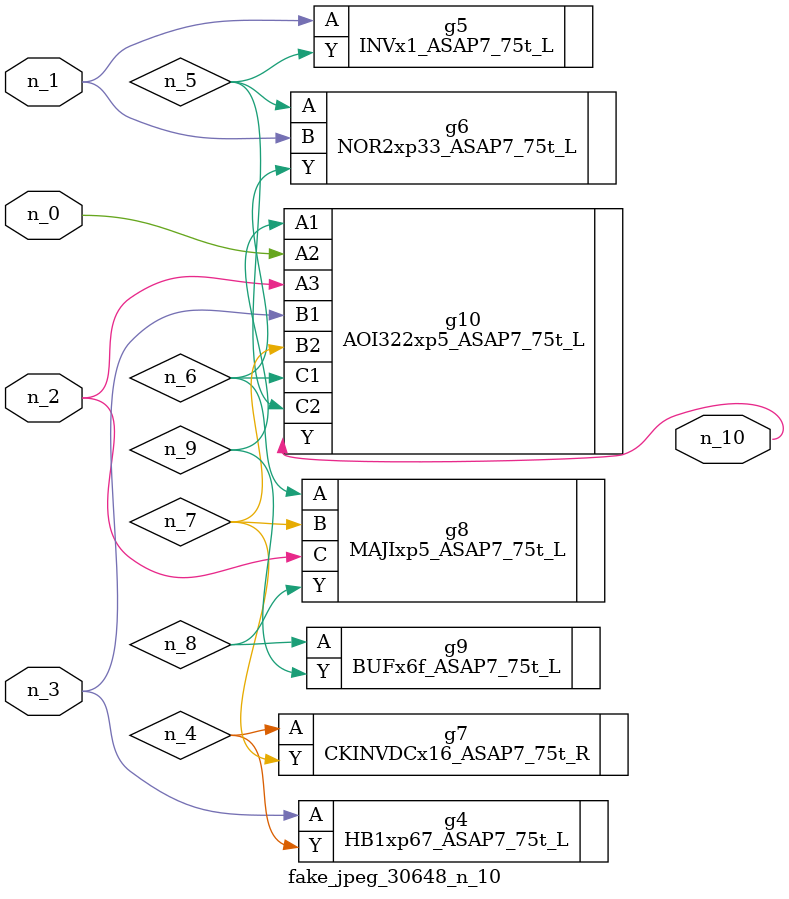
<source format=v>
module fake_jpeg_30648_n_10 (n_0, n_3, n_2, n_1, n_10);

input n_0;
input n_3;
input n_2;
input n_1;

output n_10;

wire n_4;
wire n_8;
wire n_9;
wire n_6;
wire n_5;
wire n_7;

HB1xp67_ASAP7_75t_L g4 ( 
.A(n_3),
.Y(n_4)
);

INVx1_ASAP7_75t_L g5 ( 
.A(n_1),
.Y(n_5)
);

NOR2xp33_ASAP7_75t_L g6 ( 
.A(n_5),
.B(n_1),
.Y(n_6)
);

MAJIxp5_ASAP7_75t_L g8 ( 
.A(n_6),
.B(n_7),
.C(n_2),
.Y(n_8)
);

CKINVDCx16_ASAP7_75t_R g7 ( 
.A(n_4),
.Y(n_7)
);

BUFx6f_ASAP7_75t_L g9 ( 
.A(n_8),
.Y(n_9)
);

AOI322xp5_ASAP7_75t_L g10 ( 
.A1(n_9),
.A2(n_0),
.A3(n_2),
.B1(n_3),
.B2(n_7),
.C1(n_6),
.C2(n_5),
.Y(n_10)
);


endmodule
</source>
